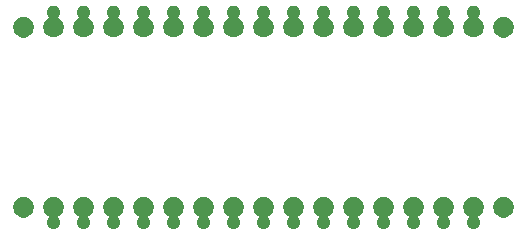
<source format=gbr>
G04 #@! TF.GenerationSoftware,KiCad,Pcbnew,5.1.4-e60b266~84~ubuntu18.04.1*
G04 #@! TF.CreationDate,2019-08-26T09:48:33-06:00*
G04 #@! TF.ProjectId,NANO33IoTV2.0,4e414e4f-3333-4496-9f54-56322e302e6b,rev?*
G04 #@! TF.SameCoordinates,Original*
G04 #@! TF.FileFunction,Soldermask,Bot*
G04 #@! TF.FilePolarity,Negative*
%FSLAX46Y46*%
G04 Gerber Fmt 4.6, Leading zero omitted, Abs format (unit mm)*
G04 Created by KiCad (PCBNEW 5.1.4-e60b266~84~ubuntu18.04.1) date 2019-08-26 09:48:33*
%MOMM*%
%LPD*%
G04 APERTURE LIST*
%ADD10C,0.100000*%
G04 APERTURE END LIST*
D10*
G36*
X143263003Y-109253187D02*
G01*
X143420168Y-109318287D01*
X143561613Y-109412798D01*
X143681902Y-109533087D01*
X143776413Y-109674532D01*
X143841513Y-109831697D01*
X143874700Y-109998543D01*
X143874700Y-110168657D01*
X143841513Y-110335503D01*
X143776413Y-110492668D01*
X143681902Y-110634113D01*
X143561613Y-110754402D01*
X143472948Y-110813647D01*
X143454010Y-110829188D01*
X143438464Y-110848130D01*
X143426913Y-110869741D01*
X143419800Y-110893189D01*
X143417398Y-110917576D01*
X143419800Y-110941962D01*
X143426913Y-110965411D01*
X143438464Y-110987021D01*
X143445304Y-110997258D01*
X143506480Y-111088814D01*
X143527549Y-111139680D01*
X143548620Y-111190549D01*
X143570100Y-111298541D01*
X143570100Y-111408659D01*
X143548620Y-111516651D01*
X143527549Y-111567520D01*
X143506480Y-111618386D01*
X143445304Y-111709942D01*
X143367442Y-111787804D01*
X143275886Y-111848980D01*
X143225020Y-111870049D01*
X143174151Y-111891120D01*
X143066159Y-111912600D01*
X142956041Y-111912600D01*
X142848049Y-111891120D01*
X142797180Y-111870049D01*
X142746314Y-111848980D01*
X142654758Y-111787804D01*
X142576896Y-111709942D01*
X142515720Y-111618386D01*
X142494651Y-111567520D01*
X142473580Y-111516651D01*
X142452100Y-111408659D01*
X142452100Y-111298541D01*
X142473580Y-111190549D01*
X142494651Y-111139680D01*
X142515720Y-111088814D01*
X142576896Y-110997258D01*
X142583736Y-110987021D01*
X142595287Y-110965411D01*
X142602400Y-110941962D01*
X142604802Y-110917576D01*
X142602400Y-110893190D01*
X142595287Y-110869741D01*
X142583736Y-110848130D01*
X142568190Y-110829188D01*
X142549252Y-110813647D01*
X142460587Y-110754402D01*
X142340298Y-110634113D01*
X142245787Y-110492668D01*
X142180687Y-110335503D01*
X142147500Y-110168657D01*
X142147500Y-109998543D01*
X142180687Y-109831697D01*
X142245787Y-109674532D01*
X142340298Y-109533087D01*
X142460587Y-109412798D01*
X142602032Y-109318287D01*
X142759197Y-109253187D01*
X142926043Y-109220000D01*
X143096157Y-109220000D01*
X143263003Y-109253187D01*
X143263003Y-109253187D01*
G37*
G36*
X163583003Y-109253187D02*
G01*
X163740168Y-109318287D01*
X163881613Y-109412798D01*
X164001902Y-109533087D01*
X164096413Y-109674532D01*
X164161513Y-109831697D01*
X164194700Y-109998543D01*
X164194700Y-110168657D01*
X164161513Y-110335503D01*
X164096413Y-110492668D01*
X164001902Y-110634113D01*
X163881613Y-110754402D01*
X163792948Y-110813647D01*
X163774010Y-110829188D01*
X163758464Y-110848130D01*
X163746913Y-110869741D01*
X163739800Y-110893189D01*
X163737398Y-110917576D01*
X163739800Y-110941962D01*
X163746913Y-110965411D01*
X163758464Y-110987021D01*
X163765304Y-110997258D01*
X163826480Y-111088814D01*
X163847549Y-111139680D01*
X163868620Y-111190549D01*
X163890100Y-111298541D01*
X163890100Y-111408659D01*
X163868620Y-111516651D01*
X163847549Y-111567520D01*
X163826480Y-111618386D01*
X163765304Y-111709942D01*
X163687442Y-111787804D01*
X163595886Y-111848980D01*
X163545020Y-111870049D01*
X163494151Y-111891120D01*
X163386159Y-111912600D01*
X163276041Y-111912600D01*
X163168049Y-111891120D01*
X163117180Y-111870049D01*
X163066314Y-111848980D01*
X162974758Y-111787804D01*
X162896896Y-111709942D01*
X162835720Y-111618386D01*
X162814651Y-111567520D01*
X162793580Y-111516651D01*
X162772100Y-111408659D01*
X162772100Y-111298541D01*
X162793580Y-111190549D01*
X162814651Y-111139680D01*
X162835720Y-111088814D01*
X162896896Y-110997258D01*
X162903736Y-110987021D01*
X162915287Y-110965411D01*
X162922400Y-110941962D01*
X162924802Y-110917576D01*
X162922400Y-110893190D01*
X162915287Y-110869741D01*
X162903736Y-110848130D01*
X162888190Y-110829188D01*
X162869252Y-110813647D01*
X162780587Y-110754402D01*
X162660298Y-110634113D01*
X162565787Y-110492668D01*
X162500687Y-110335503D01*
X162467500Y-110168657D01*
X162467500Y-109998543D01*
X162500687Y-109831697D01*
X162565787Y-109674532D01*
X162660298Y-109533087D01*
X162780587Y-109412798D01*
X162922032Y-109318287D01*
X163079197Y-109253187D01*
X163246043Y-109220000D01*
X163416157Y-109220000D01*
X163583003Y-109253187D01*
X163583003Y-109253187D01*
G37*
G36*
X130563003Y-109253187D02*
G01*
X130720168Y-109318287D01*
X130861613Y-109412798D01*
X130981902Y-109533087D01*
X131076413Y-109674532D01*
X131141513Y-109831697D01*
X131174700Y-109998543D01*
X131174700Y-110168657D01*
X131141513Y-110335503D01*
X131076413Y-110492668D01*
X130981902Y-110634113D01*
X130861613Y-110754402D01*
X130772948Y-110813647D01*
X130754010Y-110829188D01*
X130738464Y-110848130D01*
X130726913Y-110869741D01*
X130719800Y-110893189D01*
X130717398Y-110917576D01*
X130719800Y-110941962D01*
X130726913Y-110965411D01*
X130738464Y-110987021D01*
X130745304Y-110997258D01*
X130806480Y-111088814D01*
X130827549Y-111139680D01*
X130848620Y-111190549D01*
X130870100Y-111298541D01*
X130870100Y-111408659D01*
X130848620Y-111516651D01*
X130827549Y-111567520D01*
X130806480Y-111618386D01*
X130745304Y-111709942D01*
X130667442Y-111787804D01*
X130575886Y-111848980D01*
X130525020Y-111870049D01*
X130474151Y-111891120D01*
X130366159Y-111912600D01*
X130256041Y-111912600D01*
X130148049Y-111891120D01*
X130097180Y-111870049D01*
X130046314Y-111848980D01*
X129954758Y-111787804D01*
X129876896Y-111709942D01*
X129815720Y-111618386D01*
X129794651Y-111567520D01*
X129773580Y-111516651D01*
X129752100Y-111408659D01*
X129752100Y-111298541D01*
X129773580Y-111190549D01*
X129794651Y-111139680D01*
X129815720Y-111088814D01*
X129876896Y-110997258D01*
X129883736Y-110987021D01*
X129895287Y-110965411D01*
X129902400Y-110941962D01*
X129904802Y-110917576D01*
X129902400Y-110893190D01*
X129895287Y-110869741D01*
X129883736Y-110848130D01*
X129868190Y-110829188D01*
X129849252Y-110813647D01*
X129760587Y-110754402D01*
X129640298Y-110634113D01*
X129545787Y-110492668D01*
X129480687Y-110335503D01*
X129447500Y-110168657D01*
X129447500Y-109998543D01*
X129480687Y-109831697D01*
X129545787Y-109674532D01*
X129640298Y-109533087D01*
X129760587Y-109412798D01*
X129902032Y-109318287D01*
X130059197Y-109253187D01*
X130226043Y-109220000D01*
X130396157Y-109220000D01*
X130563003Y-109253187D01*
X130563003Y-109253187D01*
G37*
G36*
X133103003Y-109253187D02*
G01*
X133260168Y-109318287D01*
X133401613Y-109412798D01*
X133521902Y-109533087D01*
X133616413Y-109674532D01*
X133681513Y-109831697D01*
X133714700Y-109998543D01*
X133714700Y-110168657D01*
X133681513Y-110335503D01*
X133616413Y-110492668D01*
X133521902Y-110634113D01*
X133401613Y-110754402D01*
X133312948Y-110813647D01*
X133294010Y-110829188D01*
X133278464Y-110848130D01*
X133266913Y-110869741D01*
X133259800Y-110893189D01*
X133257398Y-110917576D01*
X133259800Y-110941962D01*
X133266913Y-110965411D01*
X133278464Y-110987021D01*
X133285304Y-110997258D01*
X133346480Y-111088814D01*
X133367549Y-111139680D01*
X133388620Y-111190549D01*
X133410100Y-111298541D01*
X133410100Y-111408659D01*
X133388620Y-111516651D01*
X133367549Y-111567520D01*
X133346480Y-111618386D01*
X133285304Y-111709942D01*
X133207442Y-111787804D01*
X133115886Y-111848980D01*
X133065020Y-111870049D01*
X133014151Y-111891120D01*
X132906159Y-111912600D01*
X132796041Y-111912600D01*
X132688049Y-111891120D01*
X132637180Y-111870049D01*
X132586314Y-111848980D01*
X132494758Y-111787804D01*
X132416896Y-111709942D01*
X132355720Y-111618386D01*
X132334651Y-111567520D01*
X132313580Y-111516651D01*
X132292100Y-111408659D01*
X132292100Y-111298541D01*
X132313580Y-111190549D01*
X132334651Y-111139680D01*
X132355720Y-111088814D01*
X132416896Y-110997258D01*
X132423736Y-110987021D01*
X132435287Y-110965411D01*
X132442400Y-110941962D01*
X132444802Y-110917576D01*
X132442400Y-110893190D01*
X132435287Y-110869741D01*
X132423736Y-110848130D01*
X132408190Y-110829188D01*
X132389252Y-110813647D01*
X132300587Y-110754402D01*
X132180298Y-110634113D01*
X132085787Y-110492668D01*
X132020687Y-110335503D01*
X131987500Y-110168657D01*
X131987500Y-109998543D01*
X132020687Y-109831697D01*
X132085787Y-109674532D01*
X132180298Y-109533087D01*
X132300587Y-109412798D01*
X132442032Y-109318287D01*
X132599197Y-109253187D01*
X132766043Y-109220000D01*
X132936157Y-109220000D01*
X133103003Y-109253187D01*
X133103003Y-109253187D01*
G37*
G36*
X135643003Y-109253187D02*
G01*
X135800168Y-109318287D01*
X135941613Y-109412798D01*
X136061902Y-109533087D01*
X136156413Y-109674532D01*
X136221513Y-109831697D01*
X136254700Y-109998543D01*
X136254700Y-110168657D01*
X136221513Y-110335503D01*
X136156413Y-110492668D01*
X136061902Y-110634113D01*
X135941613Y-110754402D01*
X135852948Y-110813647D01*
X135834010Y-110829188D01*
X135818464Y-110848130D01*
X135806913Y-110869741D01*
X135799800Y-110893189D01*
X135797398Y-110917576D01*
X135799800Y-110941962D01*
X135806913Y-110965411D01*
X135818464Y-110987021D01*
X135825304Y-110997258D01*
X135886480Y-111088814D01*
X135907549Y-111139680D01*
X135928620Y-111190549D01*
X135950100Y-111298541D01*
X135950100Y-111408659D01*
X135928620Y-111516651D01*
X135907549Y-111567520D01*
X135886480Y-111618386D01*
X135825304Y-111709942D01*
X135747442Y-111787804D01*
X135655886Y-111848980D01*
X135605020Y-111870049D01*
X135554151Y-111891120D01*
X135446159Y-111912600D01*
X135336041Y-111912600D01*
X135228049Y-111891120D01*
X135177180Y-111870049D01*
X135126314Y-111848980D01*
X135034758Y-111787804D01*
X134956896Y-111709942D01*
X134895720Y-111618386D01*
X134874651Y-111567520D01*
X134853580Y-111516651D01*
X134832100Y-111408659D01*
X134832100Y-111298541D01*
X134853580Y-111190549D01*
X134874651Y-111139680D01*
X134895720Y-111088814D01*
X134956896Y-110997258D01*
X134963736Y-110987021D01*
X134975287Y-110965411D01*
X134982400Y-110941962D01*
X134984802Y-110917576D01*
X134982400Y-110893190D01*
X134975287Y-110869741D01*
X134963736Y-110848130D01*
X134948190Y-110829188D01*
X134929252Y-110813647D01*
X134840587Y-110754402D01*
X134720298Y-110634113D01*
X134625787Y-110492668D01*
X134560687Y-110335503D01*
X134527500Y-110168657D01*
X134527500Y-109998543D01*
X134560687Y-109831697D01*
X134625787Y-109674532D01*
X134720298Y-109533087D01*
X134840587Y-109412798D01*
X134982032Y-109318287D01*
X135139197Y-109253187D01*
X135306043Y-109220000D01*
X135476157Y-109220000D01*
X135643003Y-109253187D01*
X135643003Y-109253187D01*
G37*
G36*
X138183003Y-109253187D02*
G01*
X138340168Y-109318287D01*
X138481613Y-109412798D01*
X138601902Y-109533087D01*
X138696413Y-109674532D01*
X138761513Y-109831697D01*
X138794700Y-109998543D01*
X138794700Y-110168657D01*
X138761513Y-110335503D01*
X138696413Y-110492668D01*
X138601902Y-110634113D01*
X138481613Y-110754402D01*
X138392948Y-110813647D01*
X138374010Y-110829188D01*
X138358464Y-110848130D01*
X138346913Y-110869741D01*
X138339800Y-110893189D01*
X138337398Y-110917576D01*
X138339800Y-110941962D01*
X138346913Y-110965411D01*
X138358464Y-110987021D01*
X138365304Y-110997258D01*
X138426480Y-111088814D01*
X138447549Y-111139680D01*
X138468620Y-111190549D01*
X138490100Y-111298541D01*
X138490100Y-111408659D01*
X138468620Y-111516651D01*
X138447549Y-111567520D01*
X138426480Y-111618386D01*
X138365304Y-111709942D01*
X138287442Y-111787804D01*
X138195886Y-111848980D01*
X138145020Y-111870049D01*
X138094151Y-111891120D01*
X137986159Y-111912600D01*
X137876041Y-111912600D01*
X137768049Y-111891120D01*
X137717180Y-111870049D01*
X137666314Y-111848980D01*
X137574758Y-111787804D01*
X137496896Y-111709942D01*
X137435720Y-111618386D01*
X137414651Y-111567520D01*
X137393580Y-111516651D01*
X137372100Y-111408659D01*
X137372100Y-111298541D01*
X137393580Y-111190549D01*
X137414651Y-111139680D01*
X137435720Y-111088814D01*
X137496896Y-110997258D01*
X137503736Y-110987021D01*
X137515287Y-110965411D01*
X137522400Y-110941962D01*
X137524802Y-110917576D01*
X137522400Y-110893190D01*
X137515287Y-110869741D01*
X137503736Y-110848130D01*
X137488190Y-110829188D01*
X137469252Y-110813647D01*
X137380587Y-110754402D01*
X137260298Y-110634113D01*
X137165787Y-110492668D01*
X137100687Y-110335503D01*
X137067500Y-110168657D01*
X137067500Y-109998543D01*
X137100687Y-109831697D01*
X137165787Y-109674532D01*
X137260298Y-109533087D01*
X137380587Y-109412798D01*
X137522032Y-109318287D01*
X137679197Y-109253187D01*
X137846043Y-109220000D01*
X138016157Y-109220000D01*
X138183003Y-109253187D01*
X138183003Y-109253187D01*
G37*
G36*
X140723003Y-109253187D02*
G01*
X140880168Y-109318287D01*
X141021613Y-109412798D01*
X141141902Y-109533087D01*
X141236413Y-109674532D01*
X141301513Y-109831697D01*
X141334700Y-109998543D01*
X141334700Y-110168657D01*
X141301513Y-110335503D01*
X141236413Y-110492668D01*
X141141902Y-110634113D01*
X141021613Y-110754402D01*
X140932948Y-110813647D01*
X140914010Y-110829188D01*
X140898464Y-110848130D01*
X140886913Y-110869741D01*
X140879800Y-110893189D01*
X140877398Y-110917576D01*
X140879800Y-110941962D01*
X140886913Y-110965411D01*
X140898464Y-110987021D01*
X140905304Y-110997258D01*
X140966480Y-111088814D01*
X140987549Y-111139680D01*
X141008620Y-111190549D01*
X141030100Y-111298541D01*
X141030100Y-111408659D01*
X141008620Y-111516651D01*
X140987549Y-111567520D01*
X140966480Y-111618386D01*
X140905304Y-111709942D01*
X140827442Y-111787804D01*
X140735886Y-111848980D01*
X140685020Y-111870049D01*
X140634151Y-111891120D01*
X140526159Y-111912600D01*
X140416041Y-111912600D01*
X140308049Y-111891120D01*
X140257180Y-111870049D01*
X140206314Y-111848980D01*
X140114758Y-111787804D01*
X140036896Y-111709942D01*
X139975720Y-111618386D01*
X139954651Y-111567520D01*
X139933580Y-111516651D01*
X139912100Y-111408659D01*
X139912100Y-111298541D01*
X139933580Y-111190549D01*
X139954651Y-111139680D01*
X139975720Y-111088814D01*
X140036896Y-110997258D01*
X140043736Y-110987021D01*
X140055287Y-110965411D01*
X140062400Y-110941962D01*
X140064802Y-110917576D01*
X140062400Y-110893190D01*
X140055287Y-110869741D01*
X140043736Y-110848130D01*
X140028190Y-110829188D01*
X140009252Y-110813647D01*
X139920587Y-110754402D01*
X139800298Y-110634113D01*
X139705787Y-110492668D01*
X139640687Y-110335503D01*
X139607500Y-110168657D01*
X139607500Y-109998543D01*
X139640687Y-109831697D01*
X139705787Y-109674532D01*
X139800298Y-109533087D01*
X139920587Y-109412798D01*
X140062032Y-109318287D01*
X140219197Y-109253187D01*
X140386043Y-109220000D01*
X140556157Y-109220000D01*
X140723003Y-109253187D01*
X140723003Y-109253187D01*
G37*
G36*
X145803003Y-109253187D02*
G01*
X145960168Y-109318287D01*
X146101613Y-109412798D01*
X146221902Y-109533087D01*
X146316413Y-109674532D01*
X146381513Y-109831697D01*
X146414700Y-109998543D01*
X146414700Y-110168657D01*
X146381513Y-110335503D01*
X146316413Y-110492668D01*
X146221902Y-110634113D01*
X146101613Y-110754402D01*
X146012948Y-110813647D01*
X145994010Y-110829188D01*
X145978464Y-110848130D01*
X145966913Y-110869741D01*
X145959800Y-110893189D01*
X145957398Y-110917576D01*
X145959800Y-110941962D01*
X145966913Y-110965411D01*
X145978464Y-110987021D01*
X145985304Y-110997258D01*
X146046480Y-111088814D01*
X146067549Y-111139680D01*
X146088620Y-111190549D01*
X146110100Y-111298541D01*
X146110100Y-111408659D01*
X146088620Y-111516651D01*
X146067549Y-111567520D01*
X146046480Y-111618386D01*
X145985304Y-111709942D01*
X145907442Y-111787804D01*
X145815886Y-111848980D01*
X145765020Y-111870049D01*
X145714151Y-111891120D01*
X145606159Y-111912600D01*
X145496041Y-111912600D01*
X145388049Y-111891120D01*
X145337180Y-111870049D01*
X145286314Y-111848980D01*
X145194758Y-111787804D01*
X145116896Y-111709942D01*
X145055720Y-111618386D01*
X145034651Y-111567520D01*
X145013580Y-111516651D01*
X144992100Y-111408659D01*
X144992100Y-111298541D01*
X145013580Y-111190549D01*
X145034651Y-111139680D01*
X145055720Y-111088814D01*
X145116896Y-110997258D01*
X145123736Y-110987021D01*
X145135287Y-110965411D01*
X145142400Y-110941962D01*
X145144802Y-110917576D01*
X145142400Y-110893190D01*
X145135287Y-110869741D01*
X145123736Y-110848130D01*
X145108190Y-110829188D01*
X145089252Y-110813647D01*
X145000587Y-110754402D01*
X144880298Y-110634113D01*
X144785787Y-110492668D01*
X144720687Y-110335503D01*
X144687500Y-110168657D01*
X144687500Y-109998543D01*
X144720687Y-109831697D01*
X144785787Y-109674532D01*
X144880298Y-109533087D01*
X145000587Y-109412798D01*
X145142032Y-109318287D01*
X145299197Y-109253187D01*
X145466043Y-109220000D01*
X145636157Y-109220000D01*
X145803003Y-109253187D01*
X145803003Y-109253187D01*
G37*
G36*
X148343003Y-109253187D02*
G01*
X148500168Y-109318287D01*
X148641613Y-109412798D01*
X148761902Y-109533087D01*
X148856413Y-109674532D01*
X148921513Y-109831697D01*
X148954700Y-109998543D01*
X148954700Y-110168657D01*
X148921513Y-110335503D01*
X148856413Y-110492668D01*
X148761902Y-110634113D01*
X148641613Y-110754402D01*
X148552948Y-110813647D01*
X148534010Y-110829188D01*
X148518464Y-110848130D01*
X148506913Y-110869741D01*
X148499800Y-110893189D01*
X148497398Y-110917576D01*
X148499800Y-110941962D01*
X148506913Y-110965411D01*
X148518464Y-110987021D01*
X148525304Y-110997258D01*
X148586480Y-111088814D01*
X148607549Y-111139680D01*
X148628620Y-111190549D01*
X148650100Y-111298541D01*
X148650100Y-111408659D01*
X148628620Y-111516651D01*
X148607549Y-111567520D01*
X148586480Y-111618386D01*
X148525304Y-111709942D01*
X148447442Y-111787804D01*
X148355886Y-111848980D01*
X148305020Y-111870049D01*
X148254151Y-111891120D01*
X148146159Y-111912600D01*
X148036041Y-111912600D01*
X147928049Y-111891120D01*
X147877180Y-111870049D01*
X147826314Y-111848980D01*
X147734758Y-111787804D01*
X147656896Y-111709942D01*
X147595720Y-111618386D01*
X147574651Y-111567520D01*
X147553580Y-111516651D01*
X147532100Y-111408659D01*
X147532100Y-111298541D01*
X147553580Y-111190549D01*
X147574651Y-111139680D01*
X147595720Y-111088814D01*
X147656896Y-110997258D01*
X147663736Y-110987021D01*
X147675287Y-110965411D01*
X147682400Y-110941962D01*
X147684802Y-110917576D01*
X147682400Y-110893190D01*
X147675287Y-110869741D01*
X147663736Y-110848130D01*
X147648190Y-110829188D01*
X147629252Y-110813647D01*
X147540587Y-110754402D01*
X147420298Y-110634113D01*
X147325787Y-110492668D01*
X147260687Y-110335503D01*
X147227500Y-110168657D01*
X147227500Y-109998543D01*
X147260687Y-109831697D01*
X147325787Y-109674532D01*
X147420298Y-109533087D01*
X147540587Y-109412798D01*
X147682032Y-109318287D01*
X147839197Y-109253187D01*
X148006043Y-109220000D01*
X148176157Y-109220000D01*
X148343003Y-109253187D01*
X148343003Y-109253187D01*
G37*
G36*
X150883003Y-109253187D02*
G01*
X151040168Y-109318287D01*
X151181613Y-109412798D01*
X151301902Y-109533087D01*
X151396413Y-109674532D01*
X151461513Y-109831697D01*
X151494700Y-109998543D01*
X151494700Y-110168657D01*
X151461513Y-110335503D01*
X151396413Y-110492668D01*
X151301902Y-110634113D01*
X151181613Y-110754402D01*
X151092948Y-110813647D01*
X151074010Y-110829188D01*
X151058464Y-110848130D01*
X151046913Y-110869741D01*
X151039800Y-110893189D01*
X151037398Y-110917576D01*
X151039800Y-110941962D01*
X151046913Y-110965411D01*
X151058464Y-110987021D01*
X151065304Y-110997258D01*
X151126480Y-111088814D01*
X151147549Y-111139680D01*
X151168620Y-111190549D01*
X151190100Y-111298541D01*
X151190100Y-111408659D01*
X151168620Y-111516651D01*
X151147549Y-111567520D01*
X151126480Y-111618386D01*
X151065304Y-111709942D01*
X150987442Y-111787804D01*
X150895886Y-111848980D01*
X150845020Y-111870049D01*
X150794151Y-111891120D01*
X150686159Y-111912600D01*
X150576041Y-111912600D01*
X150468049Y-111891120D01*
X150417180Y-111870049D01*
X150366314Y-111848980D01*
X150274758Y-111787804D01*
X150196896Y-111709942D01*
X150135720Y-111618386D01*
X150114651Y-111567520D01*
X150093580Y-111516651D01*
X150072100Y-111408659D01*
X150072100Y-111298541D01*
X150093580Y-111190549D01*
X150114651Y-111139680D01*
X150135720Y-111088814D01*
X150196896Y-110997258D01*
X150203736Y-110987021D01*
X150215287Y-110965411D01*
X150222400Y-110941962D01*
X150224802Y-110917576D01*
X150222400Y-110893190D01*
X150215287Y-110869741D01*
X150203736Y-110848130D01*
X150188190Y-110829188D01*
X150169252Y-110813647D01*
X150080587Y-110754402D01*
X149960298Y-110634113D01*
X149865787Y-110492668D01*
X149800687Y-110335503D01*
X149767500Y-110168657D01*
X149767500Y-109998543D01*
X149800687Y-109831697D01*
X149865787Y-109674532D01*
X149960298Y-109533087D01*
X150080587Y-109412798D01*
X150222032Y-109318287D01*
X150379197Y-109253187D01*
X150546043Y-109220000D01*
X150716157Y-109220000D01*
X150883003Y-109253187D01*
X150883003Y-109253187D01*
G37*
G36*
X153423003Y-109253187D02*
G01*
X153580168Y-109318287D01*
X153721613Y-109412798D01*
X153841902Y-109533087D01*
X153936413Y-109674532D01*
X154001513Y-109831697D01*
X154034700Y-109998543D01*
X154034700Y-110168657D01*
X154001513Y-110335503D01*
X153936413Y-110492668D01*
X153841902Y-110634113D01*
X153721613Y-110754402D01*
X153632948Y-110813647D01*
X153614010Y-110829188D01*
X153598464Y-110848130D01*
X153586913Y-110869741D01*
X153579800Y-110893189D01*
X153577398Y-110917576D01*
X153579800Y-110941962D01*
X153586913Y-110965411D01*
X153598464Y-110987021D01*
X153605304Y-110997258D01*
X153666480Y-111088814D01*
X153687549Y-111139680D01*
X153708620Y-111190549D01*
X153730100Y-111298541D01*
X153730100Y-111408659D01*
X153708620Y-111516651D01*
X153687549Y-111567520D01*
X153666480Y-111618386D01*
X153605304Y-111709942D01*
X153527442Y-111787804D01*
X153435886Y-111848980D01*
X153385020Y-111870049D01*
X153334151Y-111891120D01*
X153226159Y-111912600D01*
X153116041Y-111912600D01*
X153008049Y-111891120D01*
X152957180Y-111870049D01*
X152906314Y-111848980D01*
X152814758Y-111787804D01*
X152736896Y-111709942D01*
X152675720Y-111618386D01*
X152654651Y-111567520D01*
X152633580Y-111516651D01*
X152612100Y-111408659D01*
X152612100Y-111298541D01*
X152633580Y-111190549D01*
X152654651Y-111139680D01*
X152675720Y-111088814D01*
X152736896Y-110997258D01*
X152743736Y-110987021D01*
X152755287Y-110965411D01*
X152762400Y-110941962D01*
X152764802Y-110917576D01*
X152762400Y-110893190D01*
X152755287Y-110869741D01*
X152743736Y-110848130D01*
X152728190Y-110829188D01*
X152709252Y-110813647D01*
X152620587Y-110754402D01*
X152500298Y-110634113D01*
X152405787Y-110492668D01*
X152340687Y-110335503D01*
X152307500Y-110168657D01*
X152307500Y-109998543D01*
X152340687Y-109831697D01*
X152405787Y-109674532D01*
X152500298Y-109533087D01*
X152620587Y-109412798D01*
X152762032Y-109318287D01*
X152919197Y-109253187D01*
X153086043Y-109220000D01*
X153256157Y-109220000D01*
X153423003Y-109253187D01*
X153423003Y-109253187D01*
G37*
G36*
X155963003Y-109253187D02*
G01*
X156120168Y-109318287D01*
X156261613Y-109412798D01*
X156381902Y-109533087D01*
X156476413Y-109674532D01*
X156541513Y-109831697D01*
X156574700Y-109998543D01*
X156574700Y-110168657D01*
X156541513Y-110335503D01*
X156476413Y-110492668D01*
X156381902Y-110634113D01*
X156261613Y-110754402D01*
X156172948Y-110813647D01*
X156154010Y-110829188D01*
X156138464Y-110848130D01*
X156126913Y-110869741D01*
X156119800Y-110893189D01*
X156117398Y-110917576D01*
X156119800Y-110941962D01*
X156126913Y-110965411D01*
X156138464Y-110987021D01*
X156145304Y-110997258D01*
X156206480Y-111088814D01*
X156227549Y-111139680D01*
X156248620Y-111190549D01*
X156270100Y-111298541D01*
X156270100Y-111408659D01*
X156248620Y-111516651D01*
X156227549Y-111567520D01*
X156206480Y-111618386D01*
X156145304Y-111709942D01*
X156067442Y-111787804D01*
X155975886Y-111848980D01*
X155925020Y-111870049D01*
X155874151Y-111891120D01*
X155766159Y-111912600D01*
X155656041Y-111912600D01*
X155548049Y-111891120D01*
X155497180Y-111870049D01*
X155446314Y-111848980D01*
X155354758Y-111787804D01*
X155276896Y-111709942D01*
X155215720Y-111618386D01*
X155194651Y-111567520D01*
X155173580Y-111516651D01*
X155152100Y-111408659D01*
X155152100Y-111298541D01*
X155173580Y-111190549D01*
X155194651Y-111139680D01*
X155215720Y-111088814D01*
X155276896Y-110997258D01*
X155283736Y-110987021D01*
X155295287Y-110965411D01*
X155302400Y-110941962D01*
X155304802Y-110917576D01*
X155302400Y-110893190D01*
X155295287Y-110869741D01*
X155283736Y-110848130D01*
X155268190Y-110829188D01*
X155249252Y-110813647D01*
X155160587Y-110754402D01*
X155040298Y-110634113D01*
X154945787Y-110492668D01*
X154880687Y-110335503D01*
X154847500Y-110168657D01*
X154847500Y-109998543D01*
X154880687Y-109831697D01*
X154945787Y-109674532D01*
X155040298Y-109533087D01*
X155160587Y-109412798D01*
X155302032Y-109318287D01*
X155459197Y-109253187D01*
X155626043Y-109220000D01*
X155796157Y-109220000D01*
X155963003Y-109253187D01*
X155963003Y-109253187D01*
G37*
G36*
X158503003Y-109253187D02*
G01*
X158660168Y-109318287D01*
X158801613Y-109412798D01*
X158921902Y-109533087D01*
X159016413Y-109674532D01*
X159081513Y-109831697D01*
X159114700Y-109998543D01*
X159114700Y-110168657D01*
X159081513Y-110335503D01*
X159016413Y-110492668D01*
X158921902Y-110634113D01*
X158801613Y-110754402D01*
X158712948Y-110813647D01*
X158694010Y-110829188D01*
X158678464Y-110848130D01*
X158666913Y-110869741D01*
X158659800Y-110893189D01*
X158657398Y-110917576D01*
X158659800Y-110941962D01*
X158666913Y-110965411D01*
X158678464Y-110987021D01*
X158685304Y-110997258D01*
X158746480Y-111088814D01*
X158767549Y-111139680D01*
X158788620Y-111190549D01*
X158810100Y-111298541D01*
X158810100Y-111408659D01*
X158788620Y-111516651D01*
X158767549Y-111567520D01*
X158746480Y-111618386D01*
X158685304Y-111709942D01*
X158607442Y-111787804D01*
X158515886Y-111848980D01*
X158465020Y-111870049D01*
X158414151Y-111891120D01*
X158306159Y-111912600D01*
X158196041Y-111912600D01*
X158088049Y-111891120D01*
X158037180Y-111870049D01*
X157986314Y-111848980D01*
X157894758Y-111787804D01*
X157816896Y-111709942D01*
X157755720Y-111618386D01*
X157734651Y-111567520D01*
X157713580Y-111516651D01*
X157692100Y-111408659D01*
X157692100Y-111298541D01*
X157713580Y-111190549D01*
X157734651Y-111139680D01*
X157755720Y-111088814D01*
X157816896Y-110997258D01*
X157823736Y-110987021D01*
X157835287Y-110965411D01*
X157842400Y-110941962D01*
X157844802Y-110917576D01*
X157842400Y-110893190D01*
X157835287Y-110869741D01*
X157823736Y-110848130D01*
X157808190Y-110829188D01*
X157789252Y-110813647D01*
X157700587Y-110754402D01*
X157580298Y-110634113D01*
X157485787Y-110492668D01*
X157420687Y-110335503D01*
X157387500Y-110168657D01*
X157387500Y-109998543D01*
X157420687Y-109831697D01*
X157485787Y-109674532D01*
X157580298Y-109533087D01*
X157700587Y-109412798D01*
X157842032Y-109318287D01*
X157999197Y-109253187D01*
X158166043Y-109220000D01*
X158336157Y-109220000D01*
X158503003Y-109253187D01*
X158503003Y-109253187D01*
G37*
G36*
X161043003Y-109253187D02*
G01*
X161200168Y-109318287D01*
X161341613Y-109412798D01*
X161461902Y-109533087D01*
X161556413Y-109674532D01*
X161621513Y-109831697D01*
X161654700Y-109998543D01*
X161654700Y-110168657D01*
X161621513Y-110335503D01*
X161556413Y-110492668D01*
X161461902Y-110634113D01*
X161341613Y-110754402D01*
X161252948Y-110813647D01*
X161234010Y-110829188D01*
X161218464Y-110848130D01*
X161206913Y-110869741D01*
X161199800Y-110893189D01*
X161197398Y-110917576D01*
X161199800Y-110941962D01*
X161206913Y-110965411D01*
X161218464Y-110987021D01*
X161225304Y-110997258D01*
X161286480Y-111088814D01*
X161307549Y-111139680D01*
X161328620Y-111190549D01*
X161350100Y-111298541D01*
X161350100Y-111408659D01*
X161328620Y-111516651D01*
X161307549Y-111567520D01*
X161286480Y-111618386D01*
X161225304Y-111709942D01*
X161147442Y-111787804D01*
X161055886Y-111848980D01*
X161005020Y-111870049D01*
X160954151Y-111891120D01*
X160846159Y-111912600D01*
X160736041Y-111912600D01*
X160628049Y-111891120D01*
X160577180Y-111870049D01*
X160526314Y-111848980D01*
X160434758Y-111787804D01*
X160356896Y-111709942D01*
X160295720Y-111618386D01*
X160274651Y-111567520D01*
X160253580Y-111516651D01*
X160232100Y-111408659D01*
X160232100Y-111298541D01*
X160253580Y-111190549D01*
X160274651Y-111139680D01*
X160295720Y-111088814D01*
X160356896Y-110997258D01*
X160363736Y-110987021D01*
X160375287Y-110965411D01*
X160382400Y-110941962D01*
X160384802Y-110917576D01*
X160382400Y-110893190D01*
X160375287Y-110869741D01*
X160363736Y-110848130D01*
X160348190Y-110829188D01*
X160329252Y-110813647D01*
X160240587Y-110754402D01*
X160120298Y-110634113D01*
X160025787Y-110492668D01*
X159960687Y-110335503D01*
X159927500Y-110168657D01*
X159927500Y-109998543D01*
X159960687Y-109831697D01*
X160025787Y-109674532D01*
X160120298Y-109533087D01*
X160240587Y-109412798D01*
X160382032Y-109318287D01*
X160539197Y-109253187D01*
X160706043Y-109220000D01*
X160876157Y-109220000D01*
X161043003Y-109253187D01*
X161043003Y-109253187D01*
G37*
G36*
X166123003Y-109253187D02*
G01*
X166280168Y-109318287D01*
X166421613Y-109412798D01*
X166541902Y-109533087D01*
X166636413Y-109674532D01*
X166701513Y-109831697D01*
X166734700Y-109998543D01*
X166734700Y-110168657D01*
X166701513Y-110335503D01*
X166636413Y-110492668D01*
X166541902Y-110634113D01*
X166421613Y-110754402D01*
X166332948Y-110813647D01*
X166314010Y-110829188D01*
X166298464Y-110848130D01*
X166286913Y-110869741D01*
X166279800Y-110893189D01*
X166277398Y-110917576D01*
X166279800Y-110941962D01*
X166286913Y-110965411D01*
X166298464Y-110987021D01*
X166305304Y-110997258D01*
X166366480Y-111088814D01*
X166387549Y-111139680D01*
X166408620Y-111190549D01*
X166430100Y-111298541D01*
X166430100Y-111408659D01*
X166408620Y-111516651D01*
X166387549Y-111567520D01*
X166366480Y-111618386D01*
X166305304Y-111709942D01*
X166227442Y-111787804D01*
X166135886Y-111848980D01*
X166085020Y-111870049D01*
X166034151Y-111891120D01*
X165926159Y-111912600D01*
X165816041Y-111912600D01*
X165708049Y-111891120D01*
X165657180Y-111870049D01*
X165606314Y-111848980D01*
X165514758Y-111787804D01*
X165436896Y-111709942D01*
X165375720Y-111618386D01*
X165354651Y-111567520D01*
X165333580Y-111516651D01*
X165312100Y-111408659D01*
X165312100Y-111298541D01*
X165333580Y-111190549D01*
X165354651Y-111139680D01*
X165375720Y-111088814D01*
X165436896Y-110997258D01*
X165443736Y-110987021D01*
X165455287Y-110965411D01*
X165462400Y-110941962D01*
X165464802Y-110917576D01*
X165462400Y-110893190D01*
X165455287Y-110869741D01*
X165443736Y-110848130D01*
X165428190Y-110829188D01*
X165409252Y-110813647D01*
X165320587Y-110754402D01*
X165200298Y-110634113D01*
X165105787Y-110492668D01*
X165040687Y-110335503D01*
X165007500Y-110168657D01*
X165007500Y-109998543D01*
X165040687Y-109831697D01*
X165105787Y-109674532D01*
X165200298Y-109533087D01*
X165320587Y-109412798D01*
X165462032Y-109318287D01*
X165619197Y-109253187D01*
X165786043Y-109220000D01*
X165956157Y-109220000D01*
X166123003Y-109253187D01*
X166123003Y-109253187D01*
G37*
G36*
X127942097Y-109223941D02*
G01*
X128026766Y-109240783D01*
X128092838Y-109268151D01*
X128186277Y-109306855D01*
X128329836Y-109402778D01*
X128451922Y-109524864D01*
X128547845Y-109668423D01*
X128613917Y-109827935D01*
X128647600Y-109997271D01*
X128647600Y-110169929D01*
X128613917Y-110339265D01*
X128547845Y-110498777D01*
X128451922Y-110642336D01*
X128329836Y-110764422D01*
X128186277Y-110860345D01*
X128106982Y-110893190D01*
X128026766Y-110926417D01*
X127948615Y-110941962D01*
X127857429Y-110960100D01*
X127684771Y-110960100D01*
X127593585Y-110941962D01*
X127515434Y-110926417D01*
X127435218Y-110893190D01*
X127355923Y-110860345D01*
X127212364Y-110764422D01*
X127090278Y-110642336D01*
X126994355Y-110498777D01*
X126928283Y-110339265D01*
X126894600Y-110169929D01*
X126894600Y-109997271D01*
X126928283Y-109827935D01*
X126994355Y-109668423D01*
X127090278Y-109524864D01*
X127212364Y-109402778D01*
X127355923Y-109306855D01*
X127449362Y-109268151D01*
X127515434Y-109240783D01*
X127600103Y-109223941D01*
X127684771Y-109207100D01*
X127857429Y-109207100D01*
X127942097Y-109223941D01*
X127942097Y-109223941D01*
G37*
G36*
X168582097Y-109223941D02*
G01*
X168666766Y-109240783D01*
X168732838Y-109268151D01*
X168826277Y-109306855D01*
X168969836Y-109402778D01*
X169091922Y-109524864D01*
X169187845Y-109668423D01*
X169253917Y-109827935D01*
X169287600Y-109997271D01*
X169287600Y-110169929D01*
X169253917Y-110339265D01*
X169187845Y-110498777D01*
X169091922Y-110642336D01*
X168969836Y-110764422D01*
X168826277Y-110860345D01*
X168746982Y-110893190D01*
X168666766Y-110926417D01*
X168588615Y-110941962D01*
X168497429Y-110960100D01*
X168324771Y-110960100D01*
X168233585Y-110941962D01*
X168155434Y-110926417D01*
X168075218Y-110893190D01*
X167995923Y-110860345D01*
X167852364Y-110764422D01*
X167730278Y-110642336D01*
X167634355Y-110498777D01*
X167568283Y-110339265D01*
X167534600Y-110169929D01*
X167534600Y-109997271D01*
X167568283Y-109827935D01*
X167634355Y-109668423D01*
X167730278Y-109524864D01*
X167852364Y-109402778D01*
X167995923Y-109306855D01*
X168089362Y-109268151D01*
X168155434Y-109240783D01*
X168240103Y-109223941D01*
X168324771Y-109207100D01*
X168497429Y-109207100D01*
X168582097Y-109223941D01*
X168582097Y-109223941D01*
G37*
G36*
X168582097Y-93983942D02*
G01*
X168666766Y-94000783D01*
X168696711Y-94013187D01*
X168826277Y-94066855D01*
X168969836Y-94162778D01*
X169091922Y-94284864D01*
X169187845Y-94428423D01*
X169253917Y-94587935D01*
X169287600Y-94757271D01*
X169287600Y-94929929D01*
X169253917Y-95099265D01*
X169187845Y-95258777D01*
X169091922Y-95402336D01*
X168969836Y-95524422D01*
X168826277Y-95620345D01*
X168732838Y-95659049D01*
X168666766Y-95686417D01*
X168582097Y-95703259D01*
X168497429Y-95720100D01*
X168324771Y-95720100D01*
X168240103Y-95703259D01*
X168155434Y-95686417D01*
X168089362Y-95659049D01*
X167995923Y-95620345D01*
X167852364Y-95524422D01*
X167730278Y-95402336D01*
X167634355Y-95258777D01*
X167568283Y-95099265D01*
X167534600Y-94929929D01*
X167534600Y-94757271D01*
X167568283Y-94587935D01*
X167634355Y-94428423D01*
X167730278Y-94284864D01*
X167852364Y-94162778D01*
X167995923Y-94066855D01*
X168125489Y-94013187D01*
X168155434Y-94000783D01*
X168240103Y-93983941D01*
X168324771Y-93967100D01*
X168497429Y-93967100D01*
X168582097Y-93983942D01*
X168582097Y-93983942D01*
G37*
G36*
X127942097Y-93983942D02*
G01*
X128026766Y-94000783D01*
X128056711Y-94013187D01*
X128186277Y-94066855D01*
X128329836Y-94162778D01*
X128451922Y-94284864D01*
X128547845Y-94428423D01*
X128613917Y-94587935D01*
X128647600Y-94757271D01*
X128647600Y-94929929D01*
X128613917Y-95099265D01*
X128547845Y-95258777D01*
X128451922Y-95402336D01*
X128329836Y-95524422D01*
X128186277Y-95620345D01*
X128092838Y-95659049D01*
X128026766Y-95686417D01*
X127942097Y-95703259D01*
X127857429Y-95720100D01*
X127684771Y-95720100D01*
X127600103Y-95703259D01*
X127515434Y-95686417D01*
X127449362Y-95659049D01*
X127355923Y-95620345D01*
X127212364Y-95524422D01*
X127090278Y-95402336D01*
X126994355Y-95258777D01*
X126928283Y-95099265D01*
X126894600Y-94929929D01*
X126894600Y-94757271D01*
X126928283Y-94587935D01*
X126994355Y-94428423D01*
X127090278Y-94284864D01*
X127212364Y-94162778D01*
X127355923Y-94066855D01*
X127485489Y-94013187D01*
X127515434Y-94000783D01*
X127600103Y-93983941D01*
X127684771Y-93967100D01*
X127857429Y-93967100D01*
X127942097Y-93983942D01*
X127942097Y-93983942D01*
G37*
G36*
X163494151Y-93036080D02*
G01*
X163545020Y-93057151D01*
X163595886Y-93078220D01*
X163687442Y-93139396D01*
X163765304Y-93217258D01*
X163826480Y-93308814D01*
X163847549Y-93359680D01*
X163868620Y-93410549D01*
X163890100Y-93518541D01*
X163890100Y-93628659D01*
X163868620Y-93736651D01*
X163847549Y-93787520D01*
X163826480Y-93838386D01*
X163826478Y-93838389D01*
X163758464Y-93940179D01*
X163746913Y-93961789D01*
X163739800Y-93985238D01*
X163737398Y-94009624D01*
X163739800Y-94034010D01*
X163746913Y-94057459D01*
X163758464Y-94079070D01*
X163774010Y-94098012D01*
X163792948Y-94113553D01*
X163881613Y-94172798D01*
X164001902Y-94293087D01*
X164096413Y-94434532D01*
X164161513Y-94591697D01*
X164194700Y-94758543D01*
X164194700Y-94928657D01*
X164161513Y-95095503D01*
X164096413Y-95252668D01*
X164001902Y-95394113D01*
X163881613Y-95514402D01*
X163740168Y-95608913D01*
X163583003Y-95674013D01*
X163416157Y-95707200D01*
X163246043Y-95707200D01*
X163079197Y-95674013D01*
X162922032Y-95608913D01*
X162780587Y-95514402D01*
X162660298Y-95394113D01*
X162565787Y-95252668D01*
X162500687Y-95095503D01*
X162467500Y-94928657D01*
X162467500Y-94758543D01*
X162500687Y-94591697D01*
X162565787Y-94434532D01*
X162660298Y-94293087D01*
X162780587Y-94172798D01*
X162869252Y-94113553D01*
X162888190Y-94098012D01*
X162903736Y-94079070D01*
X162915287Y-94057459D01*
X162922400Y-94034011D01*
X162924802Y-94009624D01*
X162922400Y-93985238D01*
X162915287Y-93961789D01*
X162903736Y-93940179D01*
X162835722Y-93838389D01*
X162835720Y-93838386D01*
X162814651Y-93787520D01*
X162793580Y-93736651D01*
X162772100Y-93628659D01*
X162772100Y-93518541D01*
X162793580Y-93410549D01*
X162814651Y-93359680D01*
X162835720Y-93308814D01*
X162896896Y-93217258D01*
X162974758Y-93139396D01*
X163066314Y-93078220D01*
X163117180Y-93057151D01*
X163168049Y-93036080D01*
X163276041Y-93014600D01*
X163386159Y-93014600D01*
X163494151Y-93036080D01*
X163494151Y-93036080D01*
G37*
G36*
X160954151Y-93036080D02*
G01*
X161005020Y-93057151D01*
X161055886Y-93078220D01*
X161147442Y-93139396D01*
X161225304Y-93217258D01*
X161286480Y-93308814D01*
X161307549Y-93359680D01*
X161328620Y-93410549D01*
X161350100Y-93518541D01*
X161350100Y-93628659D01*
X161328620Y-93736651D01*
X161307549Y-93787520D01*
X161286480Y-93838386D01*
X161286478Y-93838389D01*
X161218464Y-93940179D01*
X161206913Y-93961789D01*
X161199800Y-93985238D01*
X161197398Y-94009624D01*
X161199800Y-94034010D01*
X161206913Y-94057459D01*
X161218464Y-94079070D01*
X161234010Y-94098012D01*
X161252948Y-94113553D01*
X161341613Y-94172798D01*
X161461902Y-94293087D01*
X161556413Y-94434532D01*
X161621513Y-94591697D01*
X161654700Y-94758543D01*
X161654700Y-94928657D01*
X161621513Y-95095503D01*
X161556413Y-95252668D01*
X161461902Y-95394113D01*
X161341613Y-95514402D01*
X161200168Y-95608913D01*
X161043003Y-95674013D01*
X160876157Y-95707200D01*
X160706043Y-95707200D01*
X160539197Y-95674013D01*
X160382032Y-95608913D01*
X160240587Y-95514402D01*
X160120298Y-95394113D01*
X160025787Y-95252668D01*
X159960687Y-95095503D01*
X159927500Y-94928657D01*
X159927500Y-94758543D01*
X159960687Y-94591697D01*
X160025787Y-94434532D01*
X160120298Y-94293087D01*
X160240587Y-94172798D01*
X160329252Y-94113553D01*
X160348190Y-94098012D01*
X160363736Y-94079070D01*
X160375287Y-94057459D01*
X160382400Y-94034011D01*
X160384802Y-94009624D01*
X160382400Y-93985238D01*
X160375287Y-93961789D01*
X160363736Y-93940179D01*
X160295722Y-93838389D01*
X160295720Y-93838386D01*
X160274651Y-93787520D01*
X160253580Y-93736651D01*
X160232100Y-93628659D01*
X160232100Y-93518541D01*
X160253580Y-93410549D01*
X160274651Y-93359680D01*
X160295720Y-93308814D01*
X160356896Y-93217258D01*
X160434758Y-93139396D01*
X160526314Y-93078220D01*
X160577180Y-93057151D01*
X160628049Y-93036080D01*
X160736041Y-93014600D01*
X160846159Y-93014600D01*
X160954151Y-93036080D01*
X160954151Y-93036080D01*
G37*
G36*
X158414151Y-93036080D02*
G01*
X158465020Y-93057151D01*
X158515886Y-93078220D01*
X158607442Y-93139396D01*
X158685304Y-93217258D01*
X158746480Y-93308814D01*
X158767549Y-93359680D01*
X158788620Y-93410549D01*
X158810100Y-93518541D01*
X158810100Y-93628659D01*
X158788620Y-93736651D01*
X158767549Y-93787520D01*
X158746480Y-93838386D01*
X158746478Y-93838389D01*
X158678464Y-93940179D01*
X158666913Y-93961789D01*
X158659800Y-93985238D01*
X158657398Y-94009624D01*
X158659800Y-94034010D01*
X158666913Y-94057459D01*
X158678464Y-94079070D01*
X158694010Y-94098012D01*
X158712948Y-94113553D01*
X158801613Y-94172798D01*
X158921902Y-94293087D01*
X159016413Y-94434532D01*
X159081513Y-94591697D01*
X159114700Y-94758543D01*
X159114700Y-94928657D01*
X159081513Y-95095503D01*
X159016413Y-95252668D01*
X158921902Y-95394113D01*
X158801613Y-95514402D01*
X158660168Y-95608913D01*
X158503003Y-95674013D01*
X158336157Y-95707200D01*
X158166043Y-95707200D01*
X157999197Y-95674013D01*
X157842032Y-95608913D01*
X157700587Y-95514402D01*
X157580298Y-95394113D01*
X157485787Y-95252668D01*
X157420687Y-95095503D01*
X157387500Y-94928657D01*
X157387500Y-94758543D01*
X157420687Y-94591697D01*
X157485787Y-94434532D01*
X157580298Y-94293087D01*
X157700587Y-94172798D01*
X157789252Y-94113553D01*
X157808190Y-94098012D01*
X157823736Y-94079070D01*
X157835287Y-94057459D01*
X157842400Y-94034011D01*
X157844802Y-94009624D01*
X157842400Y-93985238D01*
X157835287Y-93961789D01*
X157823736Y-93940179D01*
X157755722Y-93838389D01*
X157755720Y-93838386D01*
X157734651Y-93787520D01*
X157713580Y-93736651D01*
X157692100Y-93628659D01*
X157692100Y-93518541D01*
X157713580Y-93410549D01*
X157734651Y-93359680D01*
X157755720Y-93308814D01*
X157816896Y-93217258D01*
X157894758Y-93139396D01*
X157986314Y-93078220D01*
X158037180Y-93057151D01*
X158088049Y-93036080D01*
X158196041Y-93014600D01*
X158306159Y-93014600D01*
X158414151Y-93036080D01*
X158414151Y-93036080D01*
G37*
G36*
X155874151Y-93036080D02*
G01*
X155925020Y-93057151D01*
X155975886Y-93078220D01*
X156067442Y-93139396D01*
X156145304Y-93217258D01*
X156206480Y-93308814D01*
X156227549Y-93359680D01*
X156248620Y-93410549D01*
X156270100Y-93518541D01*
X156270100Y-93628659D01*
X156248620Y-93736651D01*
X156227549Y-93787520D01*
X156206480Y-93838386D01*
X156206478Y-93838389D01*
X156138464Y-93940179D01*
X156126913Y-93961789D01*
X156119800Y-93985238D01*
X156117398Y-94009624D01*
X156119800Y-94034010D01*
X156126913Y-94057459D01*
X156138464Y-94079070D01*
X156154010Y-94098012D01*
X156172948Y-94113553D01*
X156261613Y-94172798D01*
X156381902Y-94293087D01*
X156476413Y-94434532D01*
X156541513Y-94591697D01*
X156574700Y-94758543D01*
X156574700Y-94928657D01*
X156541513Y-95095503D01*
X156476413Y-95252668D01*
X156381902Y-95394113D01*
X156261613Y-95514402D01*
X156120168Y-95608913D01*
X155963003Y-95674013D01*
X155796157Y-95707200D01*
X155626043Y-95707200D01*
X155459197Y-95674013D01*
X155302032Y-95608913D01*
X155160587Y-95514402D01*
X155040298Y-95394113D01*
X154945787Y-95252668D01*
X154880687Y-95095503D01*
X154847500Y-94928657D01*
X154847500Y-94758543D01*
X154880687Y-94591697D01*
X154945787Y-94434532D01*
X155040298Y-94293087D01*
X155160587Y-94172798D01*
X155249252Y-94113553D01*
X155268190Y-94098012D01*
X155283736Y-94079070D01*
X155295287Y-94057459D01*
X155302400Y-94034011D01*
X155304802Y-94009624D01*
X155302400Y-93985238D01*
X155295287Y-93961789D01*
X155283736Y-93940179D01*
X155215722Y-93838389D01*
X155215720Y-93838386D01*
X155194651Y-93787520D01*
X155173580Y-93736651D01*
X155152100Y-93628659D01*
X155152100Y-93518541D01*
X155173580Y-93410549D01*
X155194651Y-93359680D01*
X155215720Y-93308814D01*
X155276896Y-93217258D01*
X155354758Y-93139396D01*
X155446314Y-93078220D01*
X155497180Y-93057151D01*
X155548049Y-93036080D01*
X155656041Y-93014600D01*
X155766159Y-93014600D01*
X155874151Y-93036080D01*
X155874151Y-93036080D01*
G37*
G36*
X153334151Y-93036080D02*
G01*
X153385020Y-93057151D01*
X153435886Y-93078220D01*
X153527442Y-93139396D01*
X153605304Y-93217258D01*
X153666480Y-93308814D01*
X153687549Y-93359680D01*
X153708620Y-93410549D01*
X153730100Y-93518541D01*
X153730100Y-93628659D01*
X153708620Y-93736651D01*
X153687549Y-93787520D01*
X153666480Y-93838386D01*
X153666478Y-93838389D01*
X153598464Y-93940179D01*
X153586913Y-93961789D01*
X153579800Y-93985238D01*
X153577398Y-94009624D01*
X153579800Y-94034010D01*
X153586913Y-94057459D01*
X153598464Y-94079070D01*
X153614010Y-94098012D01*
X153632948Y-94113553D01*
X153721613Y-94172798D01*
X153841902Y-94293087D01*
X153936413Y-94434532D01*
X154001513Y-94591697D01*
X154034700Y-94758543D01*
X154034700Y-94928657D01*
X154001513Y-95095503D01*
X153936413Y-95252668D01*
X153841902Y-95394113D01*
X153721613Y-95514402D01*
X153580168Y-95608913D01*
X153423003Y-95674013D01*
X153256157Y-95707200D01*
X153086043Y-95707200D01*
X152919197Y-95674013D01*
X152762032Y-95608913D01*
X152620587Y-95514402D01*
X152500298Y-95394113D01*
X152405787Y-95252668D01*
X152340687Y-95095503D01*
X152307500Y-94928657D01*
X152307500Y-94758543D01*
X152340687Y-94591697D01*
X152405787Y-94434532D01*
X152500298Y-94293087D01*
X152620587Y-94172798D01*
X152709252Y-94113553D01*
X152728190Y-94098012D01*
X152743736Y-94079070D01*
X152755287Y-94057459D01*
X152762400Y-94034011D01*
X152764802Y-94009624D01*
X152762400Y-93985238D01*
X152755287Y-93961789D01*
X152743736Y-93940179D01*
X152675722Y-93838389D01*
X152675720Y-93838386D01*
X152654651Y-93787520D01*
X152633580Y-93736651D01*
X152612100Y-93628659D01*
X152612100Y-93518541D01*
X152633580Y-93410549D01*
X152654651Y-93359680D01*
X152675720Y-93308814D01*
X152736896Y-93217258D01*
X152814758Y-93139396D01*
X152906314Y-93078220D01*
X152957180Y-93057151D01*
X153008049Y-93036080D01*
X153116041Y-93014600D01*
X153226159Y-93014600D01*
X153334151Y-93036080D01*
X153334151Y-93036080D01*
G37*
G36*
X150794151Y-93036080D02*
G01*
X150845020Y-93057151D01*
X150895886Y-93078220D01*
X150987442Y-93139396D01*
X151065304Y-93217258D01*
X151126480Y-93308814D01*
X151147549Y-93359680D01*
X151168620Y-93410549D01*
X151190100Y-93518541D01*
X151190100Y-93628659D01*
X151168620Y-93736651D01*
X151147549Y-93787520D01*
X151126480Y-93838386D01*
X151126478Y-93838389D01*
X151058464Y-93940179D01*
X151046913Y-93961789D01*
X151039800Y-93985238D01*
X151037398Y-94009624D01*
X151039800Y-94034010D01*
X151046913Y-94057459D01*
X151058464Y-94079070D01*
X151074010Y-94098012D01*
X151092948Y-94113553D01*
X151181613Y-94172798D01*
X151301902Y-94293087D01*
X151396413Y-94434532D01*
X151461513Y-94591697D01*
X151494700Y-94758543D01*
X151494700Y-94928657D01*
X151461513Y-95095503D01*
X151396413Y-95252668D01*
X151301902Y-95394113D01*
X151181613Y-95514402D01*
X151040168Y-95608913D01*
X150883003Y-95674013D01*
X150716157Y-95707200D01*
X150546043Y-95707200D01*
X150379197Y-95674013D01*
X150222032Y-95608913D01*
X150080587Y-95514402D01*
X149960298Y-95394113D01*
X149865787Y-95252668D01*
X149800687Y-95095503D01*
X149767500Y-94928657D01*
X149767500Y-94758543D01*
X149800687Y-94591697D01*
X149865787Y-94434532D01*
X149960298Y-94293087D01*
X150080587Y-94172798D01*
X150169252Y-94113553D01*
X150188190Y-94098012D01*
X150203736Y-94079070D01*
X150215287Y-94057459D01*
X150222400Y-94034011D01*
X150224802Y-94009624D01*
X150222400Y-93985238D01*
X150215287Y-93961789D01*
X150203736Y-93940179D01*
X150135722Y-93838389D01*
X150135720Y-93838386D01*
X150114651Y-93787520D01*
X150093580Y-93736651D01*
X150072100Y-93628659D01*
X150072100Y-93518541D01*
X150093580Y-93410549D01*
X150114651Y-93359680D01*
X150135720Y-93308814D01*
X150196896Y-93217258D01*
X150274758Y-93139396D01*
X150366314Y-93078220D01*
X150417180Y-93057151D01*
X150468049Y-93036080D01*
X150576041Y-93014600D01*
X150686159Y-93014600D01*
X150794151Y-93036080D01*
X150794151Y-93036080D01*
G37*
G36*
X148254151Y-93036080D02*
G01*
X148305020Y-93057151D01*
X148355886Y-93078220D01*
X148447442Y-93139396D01*
X148525304Y-93217258D01*
X148586480Y-93308814D01*
X148607549Y-93359680D01*
X148628620Y-93410549D01*
X148650100Y-93518541D01*
X148650100Y-93628659D01*
X148628620Y-93736651D01*
X148607549Y-93787520D01*
X148586480Y-93838386D01*
X148586478Y-93838389D01*
X148518464Y-93940179D01*
X148506913Y-93961789D01*
X148499800Y-93985238D01*
X148497398Y-94009624D01*
X148499800Y-94034010D01*
X148506913Y-94057459D01*
X148518464Y-94079070D01*
X148534010Y-94098012D01*
X148552948Y-94113553D01*
X148641613Y-94172798D01*
X148761902Y-94293087D01*
X148856413Y-94434532D01*
X148921513Y-94591697D01*
X148954700Y-94758543D01*
X148954700Y-94928657D01*
X148921513Y-95095503D01*
X148856413Y-95252668D01*
X148761902Y-95394113D01*
X148641613Y-95514402D01*
X148500168Y-95608913D01*
X148343003Y-95674013D01*
X148176157Y-95707200D01*
X148006043Y-95707200D01*
X147839197Y-95674013D01*
X147682032Y-95608913D01*
X147540587Y-95514402D01*
X147420298Y-95394113D01*
X147325787Y-95252668D01*
X147260687Y-95095503D01*
X147227500Y-94928657D01*
X147227500Y-94758543D01*
X147260687Y-94591697D01*
X147325787Y-94434532D01*
X147420298Y-94293087D01*
X147540587Y-94172798D01*
X147629252Y-94113553D01*
X147648190Y-94098012D01*
X147663736Y-94079070D01*
X147675287Y-94057459D01*
X147682400Y-94034011D01*
X147684802Y-94009624D01*
X147682400Y-93985238D01*
X147675287Y-93961789D01*
X147663736Y-93940179D01*
X147595722Y-93838389D01*
X147595720Y-93838386D01*
X147574651Y-93787520D01*
X147553580Y-93736651D01*
X147532100Y-93628659D01*
X147532100Y-93518541D01*
X147553580Y-93410549D01*
X147574651Y-93359680D01*
X147595720Y-93308814D01*
X147656896Y-93217258D01*
X147734758Y-93139396D01*
X147826314Y-93078220D01*
X147877180Y-93057151D01*
X147928049Y-93036080D01*
X148036041Y-93014600D01*
X148146159Y-93014600D01*
X148254151Y-93036080D01*
X148254151Y-93036080D01*
G37*
G36*
X145714151Y-93036080D02*
G01*
X145765020Y-93057151D01*
X145815886Y-93078220D01*
X145907442Y-93139396D01*
X145985304Y-93217258D01*
X146046480Y-93308814D01*
X146067549Y-93359680D01*
X146088620Y-93410549D01*
X146110100Y-93518541D01*
X146110100Y-93628659D01*
X146088620Y-93736651D01*
X146067549Y-93787520D01*
X146046480Y-93838386D01*
X146046478Y-93838389D01*
X145978464Y-93940179D01*
X145966913Y-93961789D01*
X145959800Y-93985238D01*
X145957398Y-94009624D01*
X145959800Y-94034010D01*
X145966913Y-94057459D01*
X145978464Y-94079070D01*
X145994010Y-94098012D01*
X146012948Y-94113553D01*
X146101613Y-94172798D01*
X146221902Y-94293087D01*
X146316413Y-94434532D01*
X146381513Y-94591697D01*
X146414700Y-94758543D01*
X146414700Y-94928657D01*
X146381513Y-95095503D01*
X146316413Y-95252668D01*
X146221902Y-95394113D01*
X146101613Y-95514402D01*
X145960168Y-95608913D01*
X145803003Y-95674013D01*
X145636157Y-95707200D01*
X145466043Y-95707200D01*
X145299197Y-95674013D01*
X145142032Y-95608913D01*
X145000587Y-95514402D01*
X144880298Y-95394113D01*
X144785787Y-95252668D01*
X144720687Y-95095503D01*
X144687500Y-94928657D01*
X144687500Y-94758543D01*
X144720687Y-94591697D01*
X144785787Y-94434532D01*
X144880298Y-94293087D01*
X145000587Y-94172798D01*
X145089252Y-94113553D01*
X145108190Y-94098012D01*
X145123736Y-94079070D01*
X145135287Y-94057459D01*
X145142400Y-94034011D01*
X145144802Y-94009624D01*
X145142400Y-93985238D01*
X145135287Y-93961789D01*
X145123736Y-93940179D01*
X145055722Y-93838389D01*
X145055720Y-93838386D01*
X145034651Y-93787520D01*
X145013580Y-93736651D01*
X144992100Y-93628659D01*
X144992100Y-93518541D01*
X145013580Y-93410549D01*
X145034651Y-93359680D01*
X145055720Y-93308814D01*
X145116896Y-93217258D01*
X145194758Y-93139396D01*
X145286314Y-93078220D01*
X145337180Y-93057151D01*
X145388049Y-93036080D01*
X145496041Y-93014600D01*
X145606159Y-93014600D01*
X145714151Y-93036080D01*
X145714151Y-93036080D01*
G37*
G36*
X143174151Y-93036080D02*
G01*
X143225020Y-93057151D01*
X143275886Y-93078220D01*
X143367442Y-93139396D01*
X143445304Y-93217258D01*
X143506480Y-93308814D01*
X143527549Y-93359680D01*
X143548620Y-93410549D01*
X143570100Y-93518541D01*
X143570100Y-93628659D01*
X143548620Y-93736651D01*
X143527549Y-93787520D01*
X143506480Y-93838386D01*
X143506478Y-93838389D01*
X143438464Y-93940179D01*
X143426913Y-93961789D01*
X143419800Y-93985238D01*
X143417398Y-94009624D01*
X143419800Y-94034010D01*
X143426913Y-94057459D01*
X143438464Y-94079070D01*
X143454010Y-94098012D01*
X143472948Y-94113553D01*
X143561613Y-94172798D01*
X143681902Y-94293087D01*
X143776413Y-94434532D01*
X143841513Y-94591697D01*
X143874700Y-94758543D01*
X143874700Y-94928657D01*
X143841513Y-95095503D01*
X143776413Y-95252668D01*
X143681902Y-95394113D01*
X143561613Y-95514402D01*
X143420168Y-95608913D01*
X143263003Y-95674013D01*
X143096157Y-95707200D01*
X142926043Y-95707200D01*
X142759197Y-95674013D01*
X142602032Y-95608913D01*
X142460587Y-95514402D01*
X142340298Y-95394113D01*
X142245787Y-95252668D01*
X142180687Y-95095503D01*
X142147500Y-94928657D01*
X142147500Y-94758543D01*
X142180687Y-94591697D01*
X142245787Y-94434532D01*
X142340298Y-94293087D01*
X142460587Y-94172798D01*
X142549252Y-94113553D01*
X142568190Y-94098012D01*
X142583736Y-94079070D01*
X142595287Y-94057459D01*
X142602400Y-94034011D01*
X142604802Y-94009624D01*
X142602400Y-93985238D01*
X142595287Y-93961789D01*
X142583736Y-93940179D01*
X142515722Y-93838389D01*
X142515720Y-93838386D01*
X142494651Y-93787520D01*
X142473580Y-93736651D01*
X142452100Y-93628659D01*
X142452100Y-93518541D01*
X142473580Y-93410549D01*
X142494651Y-93359680D01*
X142515720Y-93308814D01*
X142576896Y-93217258D01*
X142654758Y-93139396D01*
X142746314Y-93078220D01*
X142797180Y-93057151D01*
X142848049Y-93036080D01*
X142956041Y-93014600D01*
X143066159Y-93014600D01*
X143174151Y-93036080D01*
X143174151Y-93036080D01*
G37*
G36*
X140634151Y-93036080D02*
G01*
X140685020Y-93057151D01*
X140735886Y-93078220D01*
X140827442Y-93139396D01*
X140905304Y-93217258D01*
X140966480Y-93308814D01*
X140987549Y-93359680D01*
X141008620Y-93410549D01*
X141030100Y-93518541D01*
X141030100Y-93628659D01*
X141008620Y-93736651D01*
X140987549Y-93787520D01*
X140966480Y-93838386D01*
X140966478Y-93838389D01*
X140898464Y-93940179D01*
X140886913Y-93961789D01*
X140879800Y-93985238D01*
X140877398Y-94009624D01*
X140879800Y-94034010D01*
X140886913Y-94057459D01*
X140898464Y-94079070D01*
X140914010Y-94098012D01*
X140932948Y-94113553D01*
X141021613Y-94172798D01*
X141141902Y-94293087D01*
X141236413Y-94434532D01*
X141301513Y-94591697D01*
X141334700Y-94758543D01*
X141334700Y-94928657D01*
X141301513Y-95095503D01*
X141236413Y-95252668D01*
X141141902Y-95394113D01*
X141021613Y-95514402D01*
X140880168Y-95608913D01*
X140723003Y-95674013D01*
X140556157Y-95707200D01*
X140386043Y-95707200D01*
X140219197Y-95674013D01*
X140062032Y-95608913D01*
X139920587Y-95514402D01*
X139800298Y-95394113D01*
X139705787Y-95252668D01*
X139640687Y-95095503D01*
X139607500Y-94928657D01*
X139607500Y-94758543D01*
X139640687Y-94591697D01*
X139705787Y-94434532D01*
X139800298Y-94293087D01*
X139920587Y-94172798D01*
X140009252Y-94113553D01*
X140028190Y-94098012D01*
X140043736Y-94079070D01*
X140055287Y-94057459D01*
X140062400Y-94034011D01*
X140064802Y-94009624D01*
X140062400Y-93985238D01*
X140055287Y-93961789D01*
X140043736Y-93940179D01*
X139975722Y-93838389D01*
X139975720Y-93838386D01*
X139954651Y-93787520D01*
X139933580Y-93736651D01*
X139912100Y-93628659D01*
X139912100Y-93518541D01*
X139933580Y-93410549D01*
X139954651Y-93359680D01*
X139975720Y-93308814D01*
X140036896Y-93217258D01*
X140114758Y-93139396D01*
X140206314Y-93078220D01*
X140257180Y-93057151D01*
X140308049Y-93036080D01*
X140416041Y-93014600D01*
X140526159Y-93014600D01*
X140634151Y-93036080D01*
X140634151Y-93036080D01*
G37*
G36*
X138094151Y-93036080D02*
G01*
X138145020Y-93057151D01*
X138195886Y-93078220D01*
X138287442Y-93139396D01*
X138365304Y-93217258D01*
X138426480Y-93308814D01*
X138447549Y-93359680D01*
X138468620Y-93410549D01*
X138490100Y-93518541D01*
X138490100Y-93628659D01*
X138468620Y-93736651D01*
X138447549Y-93787520D01*
X138426480Y-93838386D01*
X138426478Y-93838389D01*
X138358464Y-93940179D01*
X138346913Y-93961789D01*
X138339800Y-93985238D01*
X138337398Y-94009624D01*
X138339800Y-94034010D01*
X138346913Y-94057459D01*
X138358464Y-94079070D01*
X138374010Y-94098012D01*
X138392948Y-94113553D01*
X138481613Y-94172798D01*
X138601902Y-94293087D01*
X138696413Y-94434532D01*
X138761513Y-94591697D01*
X138794700Y-94758543D01*
X138794700Y-94928657D01*
X138761513Y-95095503D01*
X138696413Y-95252668D01*
X138601902Y-95394113D01*
X138481613Y-95514402D01*
X138340168Y-95608913D01*
X138183003Y-95674013D01*
X138016157Y-95707200D01*
X137846043Y-95707200D01*
X137679197Y-95674013D01*
X137522032Y-95608913D01*
X137380587Y-95514402D01*
X137260298Y-95394113D01*
X137165787Y-95252668D01*
X137100687Y-95095503D01*
X137067500Y-94928657D01*
X137067500Y-94758543D01*
X137100687Y-94591697D01*
X137165787Y-94434532D01*
X137260298Y-94293087D01*
X137380587Y-94172798D01*
X137469252Y-94113553D01*
X137488190Y-94098012D01*
X137503736Y-94079070D01*
X137515287Y-94057459D01*
X137522400Y-94034011D01*
X137524802Y-94009624D01*
X137522400Y-93985238D01*
X137515287Y-93961789D01*
X137503736Y-93940179D01*
X137435722Y-93838389D01*
X137435720Y-93838386D01*
X137414651Y-93787520D01*
X137393580Y-93736651D01*
X137372100Y-93628659D01*
X137372100Y-93518541D01*
X137393580Y-93410549D01*
X137414651Y-93359680D01*
X137435720Y-93308814D01*
X137496896Y-93217258D01*
X137574758Y-93139396D01*
X137666314Y-93078220D01*
X137717180Y-93057151D01*
X137768049Y-93036080D01*
X137876041Y-93014600D01*
X137986159Y-93014600D01*
X138094151Y-93036080D01*
X138094151Y-93036080D01*
G37*
G36*
X135554151Y-93036080D02*
G01*
X135605020Y-93057151D01*
X135655886Y-93078220D01*
X135747442Y-93139396D01*
X135825304Y-93217258D01*
X135886480Y-93308814D01*
X135907549Y-93359680D01*
X135928620Y-93410549D01*
X135950100Y-93518541D01*
X135950100Y-93628659D01*
X135928620Y-93736651D01*
X135907549Y-93787520D01*
X135886480Y-93838386D01*
X135886478Y-93838389D01*
X135818464Y-93940179D01*
X135806913Y-93961789D01*
X135799800Y-93985238D01*
X135797398Y-94009624D01*
X135799800Y-94034010D01*
X135806913Y-94057459D01*
X135818464Y-94079070D01*
X135834010Y-94098012D01*
X135852948Y-94113553D01*
X135941613Y-94172798D01*
X136061902Y-94293087D01*
X136156413Y-94434532D01*
X136221513Y-94591697D01*
X136254700Y-94758543D01*
X136254700Y-94928657D01*
X136221513Y-95095503D01*
X136156413Y-95252668D01*
X136061902Y-95394113D01*
X135941613Y-95514402D01*
X135800168Y-95608913D01*
X135643003Y-95674013D01*
X135476157Y-95707200D01*
X135306043Y-95707200D01*
X135139197Y-95674013D01*
X134982032Y-95608913D01*
X134840587Y-95514402D01*
X134720298Y-95394113D01*
X134625787Y-95252668D01*
X134560687Y-95095503D01*
X134527500Y-94928657D01*
X134527500Y-94758543D01*
X134560687Y-94591697D01*
X134625787Y-94434532D01*
X134720298Y-94293087D01*
X134840587Y-94172798D01*
X134929252Y-94113553D01*
X134948190Y-94098012D01*
X134963736Y-94079070D01*
X134975287Y-94057459D01*
X134982400Y-94034011D01*
X134984802Y-94009624D01*
X134982400Y-93985238D01*
X134975287Y-93961789D01*
X134963736Y-93940179D01*
X134895722Y-93838389D01*
X134895720Y-93838386D01*
X134874651Y-93787520D01*
X134853580Y-93736651D01*
X134832100Y-93628659D01*
X134832100Y-93518541D01*
X134853580Y-93410549D01*
X134874651Y-93359680D01*
X134895720Y-93308814D01*
X134956896Y-93217258D01*
X135034758Y-93139396D01*
X135126314Y-93078220D01*
X135177180Y-93057151D01*
X135228049Y-93036080D01*
X135336041Y-93014600D01*
X135446159Y-93014600D01*
X135554151Y-93036080D01*
X135554151Y-93036080D01*
G37*
G36*
X133014151Y-93036080D02*
G01*
X133065020Y-93057151D01*
X133115886Y-93078220D01*
X133207442Y-93139396D01*
X133285304Y-93217258D01*
X133346480Y-93308814D01*
X133367549Y-93359680D01*
X133388620Y-93410549D01*
X133410100Y-93518541D01*
X133410100Y-93628659D01*
X133388620Y-93736651D01*
X133367549Y-93787520D01*
X133346480Y-93838386D01*
X133346478Y-93838389D01*
X133278464Y-93940179D01*
X133266913Y-93961789D01*
X133259800Y-93985238D01*
X133257398Y-94009624D01*
X133259800Y-94034010D01*
X133266913Y-94057459D01*
X133278464Y-94079070D01*
X133294010Y-94098012D01*
X133312948Y-94113553D01*
X133401613Y-94172798D01*
X133521902Y-94293087D01*
X133616413Y-94434532D01*
X133681513Y-94591697D01*
X133714700Y-94758543D01*
X133714700Y-94928657D01*
X133681513Y-95095503D01*
X133616413Y-95252668D01*
X133521902Y-95394113D01*
X133401613Y-95514402D01*
X133260168Y-95608913D01*
X133103003Y-95674013D01*
X132936157Y-95707200D01*
X132766043Y-95707200D01*
X132599197Y-95674013D01*
X132442032Y-95608913D01*
X132300587Y-95514402D01*
X132180298Y-95394113D01*
X132085787Y-95252668D01*
X132020687Y-95095503D01*
X131987500Y-94928657D01*
X131987500Y-94758543D01*
X132020687Y-94591697D01*
X132085787Y-94434532D01*
X132180298Y-94293087D01*
X132300587Y-94172798D01*
X132389252Y-94113553D01*
X132408190Y-94098012D01*
X132423736Y-94079070D01*
X132435287Y-94057459D01*
X132442400Y-94034011D01*
X132444802Y-94009624D01*
X132442400Y-93985238D01*
X132435287Y-93961789D01*
X132423736Y-93940179D01*
X132355722Y-93838389D01*
X132355720Y-93838386D01*
X132334651Y-93787520D01*
X132313580Y-93736651D01*
X132292100Y-93628659D01*
X132292100Y-93518541D01*
X132313580Y-93410549D01*
X132334651Y-93359680D01*
X132355720Y-93308814D01*
X132416896Y-93217258D01*
X132494758Y-93139396D01*
X132586314Y-93078220D01*
X132637180Y-93057151D01*
X132688049Y-93036080D01*
X132796041Y-93014600D01*
X132906159Y-93014600D01*
X133014151Y-93036080D01*
X133014151Y-93036080D01*
G37*
G36*
X130474151Y-93036080D02*
G01*
X130525020Y-93057151D01*
X130575886Y-93078220D01*
X130667442Y-93139396D01*
X130745304Y-93217258D01*
X130806480Y-93308814D01*
X130827549Y-93359680D01*
X130848620Y-93410549D01*
X130870100Y-93518541D01*
X130870100Y-93628659D01*
X130848620Y-93736651D01*
X130827549Y-93787520D01*
X130806480Y-93838386D01*
X130806478Y-93838389D01*
X130738464Y-93940179D01*
X130726913Y-93961789D01*
X130719800Y-93985238D01*
X130717398Y-94009624D01*
X130719800Y-94034010D01*
X130726913Y-94057459D01*
X130738464Y-94079070D01*
X130754010Y-94098012D01*
X130772948Y-94113553D01*
X130861613Y-94172798D01*
X130981902Y-94293087D01*
X131076413Y-94434532D01*
X131141513Y-94591697D01*
X131174700Y-94758543D01*
X131174700Y-94928657D01*
X131141513Y-95095503D01*
X131076413Y-95252668D01*
X130981902Y-95394113D01*
X130861613Y-95514402D01*
X130720168Y-95608913D01*
X130563003Y-95674013D01*
X130396157Y-95707200D01*
X130226043Y-95707200D01*
X130059197Y-95674013D01*
X129902032Y-95608913D01*
X129760587Y-95514402D01*
X129640298Y-95394113D01*
X129545787Y-95252668D01*
X129480687Y-95095503D01*
X129447500Y-94928657D01*
X129447500Y-94758543D01*
X129480687Y-94591697D01*
X129545787Y-94434532D01*
X129640298Y-94293087D01*
X129760587Y-94172798D01*
X129849252Y-94113553D01*
X129868190Y-94098012D01*
X129883736Y-94079070D01*
X129895287Y-94057459D01*
X129902400Y-94034011D01*
X129904802Y-94009624D01*
X129902400Y-93985238D01*
X129895287Y-93961789D01*
X129883736Y-93940179D01*
X129815722Y-93838389D01*
X129815720Y-93838386D01*
X129794651Y-93787520D01*
X129773580Y-93736651D01*
X129752100Y-93628659D01*
X129752100Y-93518541D01*
X129773580Y-93410549D01*
X129794651Y-93359680D01*
X129815720Y-93308814D01*
X129876896Y-93217258D01*
X129954758Y-93139396D01*
X130046314Y-93078220D01*
X130097180Y-93057151D01*
X130148049Y-93036080D01*
X130256041Y-93014600D01*
X130366159Y-93014600D01*
X130474151Y-93036080D01*
X130474151Y-93036080D01*
G37*
G36*
X166034151Y-93036080D02*
G01*
X166085020Y-93057151D01*
X166135886Y-93078220D01*
X166227442Y-93139396D01*
X166305304Y-93217258D01*
X166366480Y-93308814D01*
X166387549Y-93359680D01*
X166408620Y-93410549D01*
X166430100Y-93518541D01*
X166430100Y-93628659D01*
X166408620Y-93736651D01*
X166387549Y-93787520D01*
X166366480Y-93838386D01*
X166366478Y-93838389D01*
X166298464Y-93940179D01*
X166286913Y-93961789D01*
X166279800Y-93985238D01*
X166277398Y-94009624D01*
X166279800Y-94034010D01*
X166286913Y-94057459D01*
X166298464Y-94079070D01*
X166314010Y-94098012D01*
X166332948Y-94113553D01*
X166421613Y-94172798D01*
X166541902Y-94293087D01*
X166636413Y-94434532D01*
X166701513Y-94591697D01*
X166734700Y-94758543D01*
X166734700Y-94928657D01*
X166701513Y-95095503D01*
X166636413Y-95252668D01*
X166541902Y-95394113D01*
X166421613Y-95514402D01*
X166280168Y-95608913D01*
X166123003Y-95674013D01*
X165956157Y-95707200D01*
X165786043Y-95707200D01*
X165619197Y-95674013D01*
X165462032Y-95608913D01*
X165320587Y-95514402D01*
X165200298Y-95394113D01*
X165105787Y-95252668D01*
X165040687Y-95095503D01*
X165007500Y-94928657D01*
X165007500Y-94758543D01*
X165040687Y-94591697D01*
X165105787Y-94434532D01*
X165200298Y-94293087D01*
X165320587Y-94172798D01*
X165409252Y-94113553D01*
X165428190Y-94098012D01*
X165443736Y-94079070D01*
X165455287Y-94057459D01*
X165462400Y-94034011D01*
X165464802Y-94009624D01*
X165462400Y-93985238D01*
X165455287Y-93961789D01*
X165443736Y-93940179D01*
X165375722Y-93838389D01*
X165375720Y-93838386D01*
X165354651Y-93787520D01*
X165333580Y-93736651D01*
X165312100Y-93628659D01*
X165312100Y-93518541D01*
X165333580Y-93410549D01*
X165354651Y-93359680D01*
X165375720Y-93308814D01*
X165436896Y-93217258D01*
X165514758Y-93139396D01*
X165606314Y-93078220D01*
X165657180Y-93057151D01*
X165708049Y-93036080D01*
X165816041Y-93014600D01*
X165926159Y-93014600D01*
X166034151Y-93036080D01*
X166034151Y-93036080D01*
G37*
M02*

</source>
